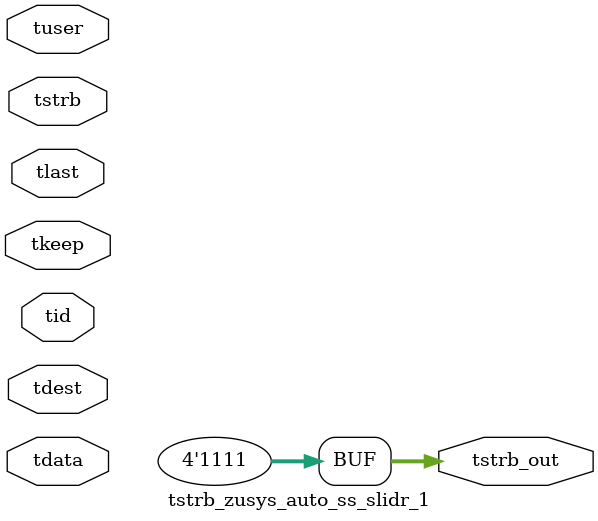
<source format=v>


`timescale 1ps/1ps

module tstrb_zusys_auto_ss_slidr_1 #
(
parameter C_S_AXIS_TDATA_WIDTH = 32,
parameter C_S_AXIS_TUSER_WIDTH = 0,
parameter C_S_AXIS_TID_WIDTH   = 0,
parameter C_S_AXIS_TDEST_WIDTH = 0,
parameter C_M_AXIS_TDATA_WIDTH = 32
)
(
input  [(C_S_AXIS_TDATA_WIDTH == 0 ? 1 : C_S_AXIS_TDATA_WIDTH)-1:0     ] tdata,
input  [(C_S_AXIS_TUSER_WIDTH == 0 ? 1 : C_S_AXIS_TUSER_WIDTH)-1:0     ] tuser,
input  [(C_S_AXIS_TID_WIDTH   == 0 ? 1 : C_S_AXIS_TID_WIDTH)-1:0       ] tid,
input  [(C_S_AXIS_TDEST_WIDTH == 0 ? 1 : C_S_AXIS_TDEST_WIDTH)-1:0     ] tdest,
input  [(C_S_AXIS_TDATA_WIDTH/8)-1:0 ] tkeep,
input  [(C_S_AXIS_TDATA_WIDTH/8)-1:0 ] tstrb,
input                                                                    tlast,
output [(C_M_AXIS_TDATA_WIDTH/8)-1:0 ] tstrb_out
);

assign tstrb_out = {4'b1111};

endmodule


</source>
